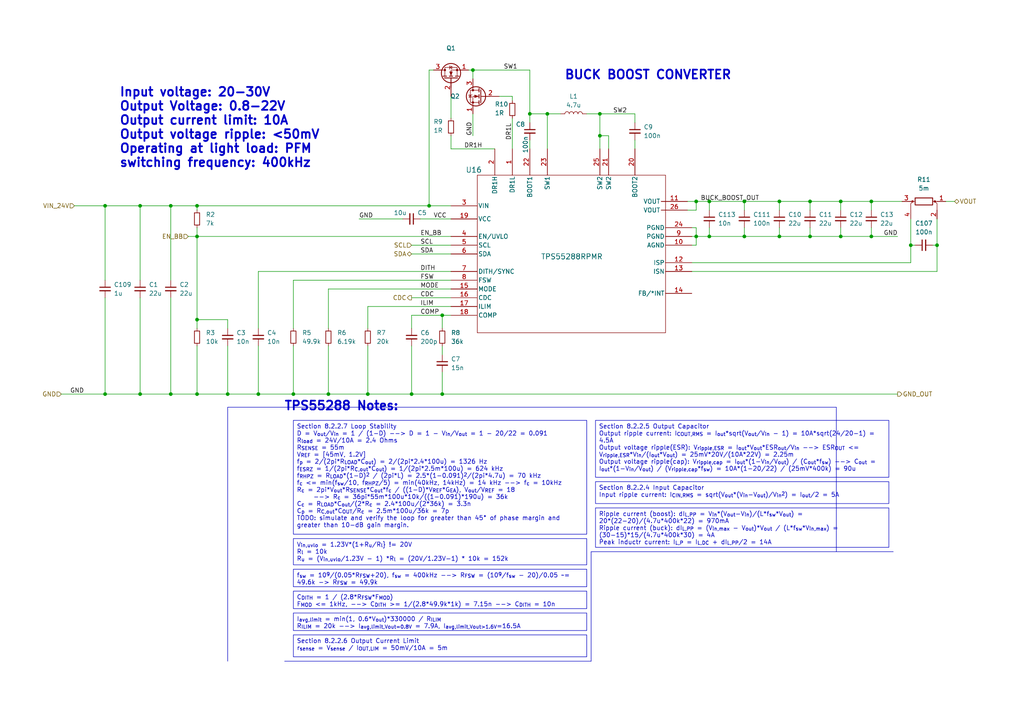
<source format=kicad_sch>
(kicad_sch (version 20250114) (generator "eeschema") (generator_version "9.0")
  (paper "A4")
  (lib_symbols
    (symbol "Device:L" (pin_numbers (hide yes)) (pin_names (offset 1.016) (hide yes))
      (property "Reference" "L" (at -1.27 0 90))
      (property "Value" "L" (at 1.905 0 90))
      (symbol "L_0_1"
        (arc (start 0 2.54) (mid 0.6323 1.905) (end 0 1.27))
        (arc (start 0 1.27) (mid 0.6323 0.635) (end 0 0))
        (arc (start 0 0) (mid 0.6323 -0.635) (end 0 -1.27))
        (arc (start 0 -1.27) (mid 0.6323 -1.905) (end 0 -2.54))
      )
      (symbol "L_1_1"
        (pin passive line (at 0 3.81 270) (length 1.27) (name "1") (number "1"))
        (pin passive line (at 0 -3.81 90) (length 1.27) (name "2") (number "2"))
      )
    )
    (symbol "Device:Q_NMOS_SGD" (pin_names (offset 0) (hide yes))
      (property "Reference" "Q" (at 5.08 1.27 0))
      (property "Value" "Q_NMOS_SGD" (at 5.08 -1.27 0))
      (symbol "Q_NMOS_SGD_0_1"
        (polyline (pts (xy 0.254 1.905) (xy 0.254 -1.905)) (stroke (width 0.254)))
        (polyline (pts (xy 0.254 0) (xy -2.54 0)))
        (polyline (pts (xy 0.762 2.286) (xy 0.762 1.27)) (stroke (width 0.254)))
        (polyline (pts (xy 0.762 0.508) (xy 0.762 -0.508)) (stroke (width 0.254)))
        (polyline (pts (xy 0.762 -1.27) (xy 0.762 -2.286)) (stroke (width 0.254)))
        (polyline (pts (xy 0.762 -1.778) (xy 3.302 -1.778) (xy 3.302 1.778) (xy 0.762 1.778)))
        (polyline (pts (xy 1.016 0) (xy 2.032 0.381) (xy 2.032 -0.381) (xy 1.016 0)) (fill (type outline)))
        (circle (center 1.651 0) (radius 2.794) (stroke (width 0.254)))
        (polyline (pts (xy 2.54 2.54) (xy 2.54 1.778)))
        (circle (center 2.54 1.778) (radius 0.254) (fill (type outline)))
        (circle (center 2.54 -1.778) (radius 0.254) (fill (type outline)))
        (polyline (pts (xy 2.54 -2.54) (xy 2.54 0) (xy 0.762 0)))
        (polyline (pts (xy 2.794 0.508) (xy 2.921 0.381) (xy 3.683 0.381) (xy 3.81 0.254)))
        (polyline (pts (xy 3.302 0.381) (xy 2.921 -0.254) (xy 3.683 -0.254) (xy 3.302 0.381)))
      )
      (symbol "Q_NMOS_SGD_1_1"
        (pin input line (at -5.08 0 0) (length 5.08) (name "G") (number "2"))
        (pin passive line (at 2.54 5.08 270) (length 2.54) (name "D") (number "3"))
        (pin passive line (at 2.54 -5.08 90) (length 2.54) (name "S") (number "1"))
      )
    )
    (symbol "Device:R_Small" (pin_numbers (hide yes)) (pin_names (offset 0.254) (hide yes))
      (property "Reference" "R" (at 0.762 0.508 0))
      (property "Value" "R_Small" (at 0.762 -1.016 0))
      (symbol "R_Small_0_1"
        (rectangle (start -0.762 1.778) (end 0.762 -1.778) (stroke (width 0.2032)))
      )
      (symbol "R_Small_1_1"
        (pin passive line (at 0 2.54 270) (length 0.762) (name "~") (number "1"))
        (pin passive line (at 0 -2.54 90) (length 0.762) (name "~") (number "2"))
      )
    )
    (symbol "Library:C_Small" (pin_numbers (hide yes)) (pin_names (offset 0.254) (hide yes))
      (property "Reference" "C" (at 0.254 1.778 0))
      (property "Value" "C_Small" (at 0.254 -2.032 0))
      (symbol "C_Small_0_1"
        (polyline (pts (xy -1.524 0.508) (xy 1.524 0.508)) (stroke (width 0.3048)))
        (polyline (pts (xy -1.524 -0.508) (xy 1.524 -0.508)) (stroke (width 0.3302)))
      )
      (symbol "C_Small_1_1"
        (pin passive line (at 0 2.54 270) (length 2.032) (name "~") (number "1"))
        (pin passive line (at 0 -2.54 90) (length 2.032) (name "~") (number "2"))
      )
    )
    (symbol "Library:SWEF3920D5L00P9"
      (property "Reference" "R" (at 0 0 0))
      (property "Value" "5m" (at 0 0 0))
      (symbol "SWEF3920D5L00P9_0_1"
        (rectangle (start 2.794 2.54) (end 4.826 -2.54) (stroke (width 0.254)))
        (polyline (pts (xy 3.81 3.81) (xy 3.81 2.54)))
        (polyline (pts (xy 3.81 3.175) (xy 3.81 3.175)))
        (circle (center 3.81 3.175) (radius 0.254) (fill (type outline)))
        (circle (center 3.81 -3.302) (radius 0.254) (fill (type outline)))
        (polyline (pts (xy 3.81 -3.81) (xy 3.81 -2.54)))
        (polyline (pts (xy 6.35 3.81) (xy 4.445 3.81) (xy 3.81 3.175)))
        (polyline (pts (xy 6.35 -3.81) (xy 4.445 -3.81) (xy 3.81 -3.175)))
      )
      (symbol "SWEF3920D5L00P9_1_1"
        (pin passive line (at 3.81 6.35 270) (length 2.54) (name "~") (number "1"))
        (pin passive line (at 3.81 -6.35 90) (length 2.54) (name "~") (number "3"))
        (pin passive line (at 8.89 3.81 180) (length 2.54) (name "~") (number "2"))
        (pin passive line (at 8.89 -3.81 180) (length 2.54) (name "~") (number "4"))
      )
    )
    (symbol "Library:TPS55288RPMR" (pin_names (offset 0.254))
      (property "Reference" "U" (at 21.082 25.4 0))
      (property "Value" "TPS55288RPMR" (at 21.082 22.86 0))
      (symbol "TPS55288RPMR_0_1"
        (rectangle (start -1.27 5.08) (end 53.34 -40.64))
        (pin power_in line (at -8.89 -3.81 0) (length 7.62) (name "VIN") (number "3"))
        (pin output line (at -8.89 -7.62 0) (length 7.62) (name "VCC") (number "19"))
        (pin input line (at -8.89 -12.7 0) (length 7.62) (name "EN/UVLO") (number "4"))
        (pin input line (at -8.89 -15.24 0) (length 7.62) (name "SCL") (number "5"))
        (pin bidirectional line (at -8.89 -17.78 0) (length 7.62) (name "SDA") (number "6"))
        (pin input line (at -8.89 -22.86 0) (length 7.62) (name "DITH/SYNC") (number "7"))
        (pin input line (at -8.89 -25.4 0) (length 7.62) (name "FSW") (number "8"))
        (pin input line (at -8.89 -27.94 0) (length 7.62) (name "MODE") (number "15"))
        (pin output line (at -8.89 -30.48 0) (length 7.62) (name "CDC") (number "16"))
        (pin output line (at 3.81 12.7 270) (length 7.62) (name "DR1H") (number "2"))
        (pin output line (at 8.89 12.7 270) (length 7.62) (name "DR1L") (number "1"))
        (pin input line (at 13.97 12.7 270) (length 7.62) (name "BOOT1") (number "22"))
        (pin input line (at 19.05 12.7 270) (length 7.62) (name "SW1") (number "23"))
        (pin input line (at 34.29 12.7 270) (length 7.62) (name "SW2") (number "25"))
        (pin input line (at 36.83 12.7 270) (length 7.62) (name "SW2") (number "21"))
        (pin output line (at 44.45 12.7 270) (length 7.62) (name "BOOT2") (number "20"))
        (pin power_in line (at 59.69 -5.08 180) (length 7.62) (name "VOUT") (number "26"))
        (pin power_in line (at 60.96 -10.16 180) (length 7.62) (name "PGND") (number "24"))
        (pin power_in line (at 60.96 -12.7 180) (length 7.62) (name "PGND") (number "9"))
        (pin power_in line (at 60.96 -15.24 180) (length 7.62) (name "AGND") (number "10"))
        (pin input line (at 60.96 -20.32 180) (length 7.62) (name "ISP") (number "12"))
        (pin input line (at 60.96 -22.86 180) (length 7.62) (name "ISN") (number "13"))
        (pin bidirectional line (at 60.96 -29.21 180) (length 7.62) (name "FB/*INT") (number "14"))
      )
      (symbol "TPS55288RPMR_1_1"
        (pin output line (at -8.89 -33.02 0) (length 7.62) (name "ILIM") (number "17"))
        (pin input line (at -8.89 -35.56 0) (length 7.62) (name "COMP") (number "18"))
        (pin power_out line (at 59.69 -2.54 180) (length 7.62) (name "VOUT") (number "11"))
      )
    )
  )
  (text "TPS55288 Notes:" (at 99.06 117.856 0) (effects (font (size 2.54 2.54) (thickness 0.508) (bold yes))))
  (text "Input voltage: 20-30V\nOutput Voltage: 0.8-22V\nOutput current limit: 10A\nOutput voltage ripple: <50mV\nOperating at light load: PFM\nswitching frequency: 400kHz" (at 34.544 37.084 0) (effects (font (size 2.54 2.54) (thickness 0.508) (bold yes)) (justify left)))
  (text "BUCK BOOST CONVERTER" (at 187.96 21.844 0) (effects (font (size 2.54 2.54) (thickness 0.508) (bold yes))))
  (text_box "Ripple current (boost): dI_{L,PP} = V_{in}*(V_{out}-V_{in})/(L*f_{sw}*V_{out}) = 20*(22-20)/(4.7u*400k*22) = 970mA\nRipple current (buck): dI_{L,PP} = (V_{in,max} - V_{out})*V_{out} / (L*f_{sw}*V_{in,max}) = (30-15)*15/(4.7u*400k*30) = 4A\nPeak inductr current: I_{L,P} = I_{L,DC} + dI_{L,PP}/2 = 14A\n\n" (at 172.72 147.32 0) (size 85.09 11.43) (margins 0.9525 0.9525 0.9525 0.9525) (effects (font (size 1.27 1.27) (thickness 0.1588)) (justify left top)))
  (text_box "Section 8.2.2.6 Output Current Limit\nr_{sense} = V_{sense} / I_{OUT,LIM} = 50mV/10A = 5m" (at 85.09 184.15 0) (size 85.09 6.35) (margins 0.9525 0.9525 0.9525 0.9525) (effects (font (size 1.27 1.27) (thickness 0.1588)) (justify left top)))
  (text_box "I_{avg,limit} = min(1, 0.6*V_{out})*330000 / R_{ILIM}\nR_{ILIM} = 20k --> I_{avg,limit,V_{out}=0.8V} = 7.9A, I_{avg,limit,V_{out}>1.6V}=16.5A" (at 85.09 177.8 0) (size 85.09 5.08) (margins 0.9525 0.9525 0.9525 0.9525) (effects (font (size 1.27 1.27) (thickness 0.1588)) (justify left top)))
  (text_box "C_{DITH} = 1 / (2.8*R_{FSW}*F_{MOD})\nF_{MOD} <= 1kHz, --> C_{DITH} >= 1/(2.8*49.9k*1k) = 7.15n --> C_{DITH} = 10n" (at 85.09 171.45 0) (size 85.09 5.08) (margins 0.9525 0.9525 0.9525 0.9525) (effects (font (size 1.27 1.27) (thickness 0.1588)) (justify left top)))
  (text_box "Section 8.2.2.7 Loop Stability\nD = V_{out}/V_{in} = 1 / (1-D) --> D = 1 - V_{in}/V_{out} = 1 - 20/22 = 0.091\nR_{load} = 24V/10A = 2.4 Ohms\nR_{SENSE} = 55m\nV_{REF} = [45mV, 1.2V]\nf_{p} = 2/(2pi*R_{LOAD}*C_{out}) = 2/(2pi*2.4*100u) = 1326 Hz\nf_{ESRZ} = 1/(2pi*R_{C,out}*C_{out}) = 1/(2pi*2.5m*100u) = 624 kHz\nf_{RHPZ} = R_{LOAD}*(1-D)^{2} / (2pi*L) = 2.5*(1-0.091)^{2}/(2pi*4.7u) = 70 kHz\nf_{c} <= min(f_{sw}/10, f_{RHPZ}/5) = min(40kHz, 14kHz) = 14 kHz --> f_{c} = 10kHz\nR_{c} = 2pi*V_{out}*R_{SENSE}*C_{out}*f_{c} / ((1-D)*V_{REF}*G_{EA}), V_{out}/V_{REF} = 18\n	--> R_{c} = 36pi*55m*100u*10k/((1-0.091)*190u) = 36k\nC_{c} = R_{LOAD}*C_{out}/(2*R_{c} = 2.4*100u/(2*36k) = 3.3n\nC_{p} = R_{C,out}*C_{OUT}/R_{c} = 2.5m*100u/36k = 7p\nTODO: simulate and verify the loop for greater than 45° of phase margin and greater than 10-dB gain margin." (at 85.09 121.92 0) (size 85.09 33.02) (margins 0.9525 0.9525 0.9525 0.9525) (effects (font (size 1.27 1.27) (thickness 0.1588)) (justify left top)))
  (text_box "V_{in,uvlo} = 1.23V*(1+R_{u}/R_{l}} != 20V\nR_{l} = 10k\nR_{u} = (V_{in,uvlo}/1.23V - 1) *R_{l} = (20V/1.23V-1) * 10k = 152k" (at 85.09 156.21 0) (size 85.09 7.62) (margins 0.9525 0.9525 0.9525 0.9525) (effects (font (size 1.27 1.27) (thickness 0.1588)) (justify left top)))
  (text_box "Section 8.2.2.4 Input Capacitor\nInput ripple current: I_{CIN,RMS} = sqrt(V_{out}*(V_{in}-V_{out})/V_{in}^{2}) = I_{out}/2 = 5A" (at 172.72 139.7 0) (size 85.09 6.35) (margins 0.9525 0.9525 0.9525 0.9525) (effects (font (size 1.27 1.27) (thickness 0.1588)) (justify left top)))
  (text_box "f_{sw} = 10^{9}/(0.05*R_{FSW}+20), f_{sw} = 400kHz --> R_{FSW} = (10^{9}/f_{sw} - 20)/0.05 ~= 49.6k -> R_{FSW} = 49.9k" (at 85.09 165.1 0) (size 85.09 5.08) (margins 0.9525 0.9525 0.9525 0.9525) (effects (font (size 1.27 1.27) (thickness 0.1588)) (justify left top)))
  (text_box "Section 8.2.2.5 Output Capacitor\nOutput ripple current: I_{COUT,RMS} = I_{out}*sqrt(V_{out}/V_{in} - 1) = 10A*sqrt(24/20-1) = 4.5A\nOutput voltage ripple(ESR): V_{ripple,ESR} = I_{out}*V_{out}*ESR_{out}/V_{in} --> ESR_{OUT} <= V_{ripple,ESR}*V_{in}/(I_{out}*V_{out}) = 25mV*20V/(10A*22V) = 2.25m\nOutput voltage ripple(cap): V_{ripple,cap} = I_{out}*(1-V_{in}/V_{out}) / (C_{out}*f_{sw}) --> C_{out} = I_{out}*(1-V_{in}/V_{out}) / (V_{ripple,cap}*f_{sw}) = 10A*(1-20/22) / (25mV*400k) = 90u" (at 172.72 121.92 0) (size 85.09 16.51) (margins 0.9525 0.9525 0.9525 0.9525) (effects (font (size 1.27 1.27) (thickness 0.1588)) (justify left top)))
  (junction (at 205.74 58.42))
  (junction (at 158.75 33.02))
  (junction (at 173.99 33.02))
  (junction (at 106.68 114.3))
  (junction (at 234.95 68.58))
  (junction (at 234.95 58.42))
  (junction (at 57.15 92.71))
  (junction (at 40.64 59.69))
  (junction (at 30.48 114.3))
  (junction (at 153.67 33.02))
  (junction (at 124.46 59.69))
  (junction (at 128.27 114.3))
  (junction (at 215.9 68.58))
  (junction (at 205.74 68.58))
  (junction (at 40.64 114.3))
  (junction (at 95.25 114.3))
  (junction (at 137.16 20.32))
  (junction (at 226.06 68.58))
  (junction (at 201.93 68.58))
  (junction (at 57.15 114.3))
  (junction (at 85.09 114.3))
  (junction (at 30.48 59.69))
  (junction (at 49.53 114.3))
  (junction (at 173.99 39.37))
  (junction (at 215.9 58.42))
  (junction (at 243.84 68.58))
  (junction (at 264.16 71.12))
  (junction (at 252.73 58.42))
  (junction (at 201.93 58.42))
  (junction (at 49.53 59.69))
  (junction (at 128.27 91.44))
  (junction (at 119.38 114.3))
  (junction (at 226.06 58.42))
  (junction (at 243.84 58.42))
  (junction (at 57.15 59.69))
  (junction (at 271.78 71.12))
  (junction (at 57.15 68.58))
  (junction (at 252.73 68.58))
  (junction (at 66.04 114.3))
  (junction (at 74.93 114.3))
  (wire (pts (xy 54.61 68.58) (xy 57.15 68.58)))
  (wire (pts (xy 243.84 58.42) (xy 252.73 58.42)))
  (wire (pts (xy 49.53 86.36) (xy 49.53 114.3)))
  (wire (pts (xy 274.32 58.42) (xy 276.86 58.42)))
  (wire (pts (xy 119.38 91.44) (xy 119.38 95.25)))
  (wire (pts (xy 153.67 33.02) (xy 158.75 33.02)))
  (wire (pts (xy 158.75 33.02) (xy 162.56 33.02)))
  (polyline (pts (xy 242.57 160.02) (xy 242.57 118.11)))
  (wire (pts (xy 74.93 95.25) (xy 74.93 78.74)))
  (wire (pts (xy 226.06 58.42) (xy 234.95 58.42)))
  (wire (pts (xy 66.04 100.33) (xy 66.04 114.3)))
  (wire (pts (xy 66.04 114.3) (xy 74.93 114.3)))
  (wire (pts (xy 57.15 92.71) (xy 66.04 92.71)))
  (wire (pts (xy 57.15 59.69) (xy 57.15 60.96)))
  (wire (pts (xy 252.73 58.42) (xy 261.62 58.42)))
  (wire (pts (xy 184.15 33.02) (xy 184.15 35.56)))
  (wire (pts (xy 124.46 20.32) (xy 125.73 20.32)))
  (wire (pts (xy 57.15 114.3) (xy 66.04 114.3)))
  (wire (pts (xy 49.53 59.69) (xy 49.53 81.28)))
  (wire (pts (xy 74.93 100.33) (xy 74.93 114.3)))
  (wire (pts (xy 252.73 68.58) (xy 260.35 68.58)))
  (wire (pts (xy 30.48 86.36) (xy 30.48 114.3)))
  (wire (pts (xy 199.39 60.96) (xy 201.93 60.96)))
  (wire (pts (xy 200.66 68.58) (xy 201.93 68.58)))
  (wire (pts (xy 199.39 58.42) (xy 201.93 58.42)))
  (wire (pts (xy 176.53 39.37) (xy 176.53 43.18)))
  (wire (pts (xy 119.38 114.3) (xy 106.68 114.3)))
  (wire (pts (xy 200.66 78.74) (xy 271.78 78.74)))
  (wire (pts (xy 137.16 20.32) (xy 137.16 22.86)))
  (wire (pts (xy 57.15 68.58) (xy 57.15 92.71)))
  (polyline (pts (xy 171.45 191.77) (xy 171.45 160.02)))
  (wire (pts (xy 215.9 58.42) (xy 215.9 60.96)))
  (wire (pts (xy 201.93 60.96) (xy 201.93 58.42)))
  (wire (pts (xy 148.59 27.94) (xy 148.59 29.21)))
  (wire (pts (xy 264.16 63.5) (xy 264.16 71.12)))
  (wire (pts (xy 74.93 114.3) (xy 85.09 114.3)))
  (wire (pts (xy 153.67 20.32) (xy 153.67 33.02)))
  (polyline (pts (xy 66.04 118.11) (xy 66.04 191.77)))
  (wire (pts (xy 264.16 71.12) (xy 264.16 76.2)))
  (wire (pts (xy 119.38 86.36) (xy 130.81 86.36)))
  (wire (pts (xy 40.64 86.36) (xy 40.64 114.3)))
  (wire (pts (xy 252.73 66.04) (xy 252.73 68.58)))
  (wire (pts (xy 119.38 71.12) (xy 130.81 71.12)))
  (wire (pts (xy 104.14 63.5) (xy 116.84 63.5)))
  (wire (pts (xy 57.15 68.58) (xy 130.81 68.58)))
  (wire (pts (xy 49.53 59.69) (xy 57.15 59.69)))
  (wire (pts (xy 173.99 33.02) (xy 173.99 39.37)))
  (wire (pts (xy 158.75 33.02) (xy 158.75 43.18)))
  (wire (pts (xy 243.84 68.58) (xy 252.73 68.58)))
  (wire (pts (xy 226.06 68.58) (xy 234.95 68.58)))
  (wire (pts (xy 234.95 58.42) (xy 243.84 58.42)))
  (wire (pts (xy 226.06 66.04) (xy 226.06 68.58)))
  (wire (pts (xy 119.38 114.3) (xy 128.27 114.3)))
  (wire (pts (xy 243.84 58.42) (xy 243.84 60.96)))
  (polyline (pts (xy 66.04 118.11) (xy 242.57 118.11)))
  (wire (pts (xy 95.25 114.3) (xy 106.68 114.3)))
  (wire (pts (xy 270.51 71.12) (xy 271.78 71.12)))
  (wire (pts (xy 57.15 100.33) (xy 57.15 114.3)))
  (wire (pts (xy 173.99 33.02) (xy 184.15 33.02)))
  (wire (pts (xy 226.06 58.42) (xy 226.06 60.96)))
  (wire (pts (xy 119.38 100.33) (xy 119.38 114.3)))
  (wire (pts (xy 95.25 100.33) (xy 95.25 114.3)))
  (wire (pts (xy 66.04 92.71) (xy 66.04 95.25)))
  (wire (pts (xy 57.15 92.71) (xy 57.15 95.25)))
  (wire (pts (xy 124.46 59.69) (xy 124.46 20.32)))
  (wire (pts (xy 17.78 114.3) (xy 30.48 114.3)))
  (wire (pts (xy 85.09 95.25) (xy 85.09 81.28)))
  (wire (pts (xy 153.67 40.64) (xy 153.67 43.18)))
  (wire (pts (xy 121.92 63.5) (xy 130.81 63.5)))
  (wire (pts (xy 128.27 91.44) (xy 119.38 91.44)))
  (wire (pts (xy 170.18 33.02) (xy 173.99 33.02)))
  (wire (pts (xy 184.15 40.64) (xy 184.15 43.18)))
  (polyline (pts (xy 82.55 191.77) (xy 171.45 191.77)))
  (wire (pts (xy 201.93 66.04) (xy 201.93 68.58)))
  (wire (pts (xy 128.27 100.33) (xy 128.27 102.87)))
  (wire (pts (xy 137.16 33.02) (xy 137.16 39.37)))
  (wire (pts (xy 234.95 58.42) (xy 234.95 60.96)))
  (wire (pts (xy 30.48 59.69) (xy 30.48 81.28)))
  (wire (pts (xy 85.09 114.3) (xy 95.25 114.3)))
  (wire (pts (xy 173.99 39.37) (xy 176.53 39.37)))
  (wire (pts (xy 49.53 114.3) (xy 57.15 114.3)))
  (wire (pts (xy 85.09 100.33) (xy 85.09 114.3)))
  (wire (pts (xy 85.09 81.28) (xy 130.81 81.28)))
  (wire (pts (xy 130.81 34.29) (xy 130.81 27.94)))
  (wire (pts (xy 215.9 58.42) (xy 226.06 58.42)))
  (wire (pts (xy 264.16 71.12) (xy 265.43 71.12)))
  (wire (pts (xy 57.15 66.04) (xy 57.15 68.58)))
  (wire (pts (xy 234.95 68.58) (xy 243.84 68.58)))
  (polyline (pts (xy 171.45 160.02) (xy 259.08 160.02)))
  (wire (pts (xy 205.74 68.58) (xy 215.9 68.58)))
  (wire (pts (xy 271.78 78.74) (xy 271.78 71.12)))
  (wire (pts (xy 215.9 68.58) (xy 226.06 68.58)))
  (wire (pts (xy 95.25 95.25) (xy 95.25 83.82)))
  (wire (pts (xy 200.66 76.2) (xy 264.16 76.2)))
  (wire (pts (xy 200.66 66.04) (xy 201.93 66.04)))
  (wire (pts (xy 130.81 59.69) (xy 124.46 59.69)))
  (wire (pts (xy 215.9 66.04) (xy 215.9 68.58)))
  (wire (pts (xy 106.68 95.25) (xy 106.68 88.9)))
  (wire (pts (xy 200.66 71.12) (xy 201.93 71.12)))
  (wire (pts (xy 106.68 100.33) (xy 106.68 114.3)))
  (wire (pts (xy 173.99 39.37) (xy 173.99 43.18)))
  (wire (pts (xy 234.95 66.04) (xy 234.95 68.58)))
  (wire (pts (xy 40.64 59.69) (xy 40.64 81.28)))
  (wire (pts (xy 205.74 58.42) (xy 205.74 60.96)))
  (wire (pts (xy 21.59 59.69) (xy 30.48 59.69)))
  (wire (pts (xy 201.93 58.42) (xy 205.74 58.42)))
  (wire (pts (xy 30.48 59.69) (xy 40.64 59.69)))
  (wire (pts (xy 271.78 71.12) (xy 271.78 63.5)))
  (wire (pts (xy 137.16 20.32) (xy 153.67 20.32)))
  (wire (pts (xy 201.93 68.58) (xy 201.93 71.12)))
  (wire (pts (xy 144.78 27.94) (xy 148.59 27.94)))
  (wire (pts (xy 128.27 114.3) (xy 260.35 114.3)))
  (wire (pts (xy 148.59 34.29) (xy 148.59 43.18)))
  (wire (pts (xy 128.27 107.95) (xy 128.27 114.3)))
  (wire (pts (xy 119.38 73.66) (xy 130.81 73.66)))
  (wire (pts (xy 30.48 114.3) (xy 40.64 114.3)))
  (wire (pts (xy 243.84 66.04) (xy 243.84 68.58)))
  (wire (pts (xy 135.89 20.32) (xy 137.16 20.32)))
  (wire (pts (xy 74.93 78.74) (xy 130.81 78.74)))
  (wire (pts (xy 252.73 58.42) (xy 252.73 60.96)))
  (wire (pts (xy 143.51 43.18) (xy 130.81 43.18)))
  (wire (pts (xy 205.74 66.04) (xy 205.74 68.58)))
  (wire (pts (xy 106.68 88.9) (xy 130.81 88.9)))
  (wire (pts (xy 40.64 59.69) (xy 49.53 59.69)))
  (wire (pts (xy 40.64 114.3) (xy 49.53 114.3)))
  (wire (pts (xy 130.81 91.44) (xy 128.27 91.44)))
  (wire (pts (xy 205.74 58.42) (xy 215.9 58.42)))
  (wire (pts (xy 95.25 83.82) (xy 130.81 83.82)))
  (wire (pts (xy 57.15 59.69) (xy 124.46 59.69)))
  (wire (pts (xy 201.93 68.58) (xy 205.74 68.58)))
  (wire (pts (xy 128.27 91.44) (xy 128.27 95.25)))
  (wire (pts (xy 130.81 43.18) (xy 130.81 39.37)))
  (wire (pts (xy 153.67 33.02) (xy 153.67 35.56)))
  (label "DITH" (at 121.92 78.74 0))
  (label "SCL" (at 121.92 71.12 0))
  (label "ILIM" (at 121.92 88.9 0))
  (label "DR1L" (at 148.59 40.64 90))
  (label "MODE" (at 121.92 83.82 0))
  (label "CDC" (at 121.92 86.36 0))
  (label "EN_BB" (at 121.92 68.58 0))
  (label "BUCK_BOOST_OUT" (at 203.2 58.42 0))
  (label "GND" (at 260.35 68.58 180))
  (label "DR1H" (at 134.62 43.18 0))
  (label "SDA" (at 121.92 73.66 0))
  (label "GND" (at 20.32 114.3 0))
  (label "FSW" (at 121.92 81.28 0))
  (label "GND" (at 104.14 63.5 0))
  (label "GND" (at 137.16 39.37 90) (effects (font (thickness 0.1588))))
  (label "SW1" (at 146.05 20.32 0))
  (label "VCC" (at 125.73 63.5 0))
  (label "SW2" (at 177.8 33.02 0))
  (label "COMP" (at 121.92 91.44 0))
  (hierarchical_label "EN_BB" (shape input) (at 54.61 68.58 180) (effects (font (thickness 0.1588))))
  (hierarchical_label "VIN_24V" (shape input) (at 21.59 59.69 180))
  (hierarchical_label "GND_OUT" (shape output) (at 260.35 114.3 0) (effects (font (thickness 0.1588))))
  (hierarchical_label "GND" (shape input) (at 17.78 114.3 180))
  (hierarchical_label "SDA" (shape bidirectional) (at 119.38 73.66 180))
  (hierarchical_label "CDC" (shape output) (at 119.38 86.36 180))
  (hierarchical_label "SCL" (shape input) (at 119.38 71.12 180))
  (hierarchical_label "VOUT" (shape bidirectional) (at 276.86 58.42 0))
  (symbol (lib_id "Library:C_Small") (at 226.06 63.5 0) (unit 1)
    (property "Reference" "C10" (at 228.6 62.2362 0) (effects (justify left)))
    (property "Value" "22u" (at 228.6 64.7762 0) (effects (justify left)))
    (property "Footprint" "Capacitor_SMD:C_1210_3225Metric" (effects (hide yes)))
    (property "Description" "Unpolarized capacitor, small symbol" (effects (hide yes)))
    (property "Digikey-Nr." "587-5853-1-ND" (effects (hide yes)))
    (property "Manufacturer" "Taiyo Yuden" (effects (hide yes)))
    (property "Manufacturer Nr." "GMK325BJ226MM-P" (effects (hide yes)))
    (property "Mouser-Nr." "963-GMK325BJ226MM-P" (effects (hide yes)))
  )
  (symbol (lib_id "Library:C_Small") (at 119.38 63.5 270) (unit 1)
    (property "Reference" "C5" (at 122.428 61.722 90))
    (property "Value" "10u" (at 116.078 61.722 90))
    (property "Footprint" "Capacitor_SMD:C_0805_2012Metric" (effects (hide yes)))
    (property "Description" "Unpolarized capacitor, small symbol" (effects (hide yes)))
    (property "Digikey-Nr." "490-18663-1-ND" (effects (hide yes)))
    (property "Manufacturer" "Murata Electronics" (effects (hide yes)))
    (property "Manufacturer Nr." "GRM21BR61H106KE43L" (effects (hide yes)))
    (property "Mouser-Nr." "81-GRM21BR61H106KE3L" (effects (hide yes)))
  )
  (symbol (lib_id "Device:R_Small") (at 57.15 63.5 0) (unit 1)
    (property "Reference" "R2" (at 59.69 62.2299 0) (effects (justify left)))
    (property "Value" "7k" (at 59.69 64.7699 0) (effects (justify left)))
    (property "Footprint" "Library:R_0603_1608Metric_Pad0.98x0.95mm_HandSolder" (effects (hide yes)))
    (property "Description" "Resistor, small symbol" (effects (hide yes)))
    (property "Digikey-Nr." "311-6.98KHRCT-ND" (effects (hide yes)))
    (property "Manufacturer" "YAGEO" (effects (hide yes)))
    (property "Manufacturer Nr." "RC0603FR-076K98L" (effects (hide yes)))
    (property "Mouser-Nr." "603-RC0603FR-076K98L" (effects (hide yes)))
  )
  (symbol (lib_id "Library:C_Small") (at 49.53 83.82 0) (unit 1)
    (property "Reference" "C2" (at 52.07 82.5562 0) (effects (justify left)))
    (property "Value" "22u" (at 52.07 85.0962 0) (effects (justify left)))
    (property "Footprint" "Capacitor_SMD:C_1210_3225Metric" (effects (hide yes)))
    (property "Description" "Unpolarized capacitor, small symbol" (effects (hide yes)))
    (property "Digikey-Nr." "587-5853-1-ND" (effects (hide yes)))
    (property "Manufacturer" "Taiyo Yuden" (effects (hide yes)))
    (property "Manufacturer Nr." "GMK325BJ226MM-P" (effects (hide yes)))
    (property "Mouser-Nr." "963-GMK325BJ226MM-P" (effects (hide yes)))
  )
  (symbol (lib_id "Library:C_Small") (at 153.67 38.1 0) (unit 1)
    (property "Reference" "C8" (at 149.606 36.068 0) (effects (justify left)))
    (property "Value" "100n" (at 152.4 44.45 90) (effects (justify left)))
    (property "Footprint" "Capacitor_SMD:C_0805_2012Metric" (effects (hide yes)))
    (property "Description" "Unpolarized capacitor, small symbol" (effects (hide yes)))
    (property "Digikey-Nr." "1276-1003-1-ND" (effects (hide yes)))
    (property "Manufacturer" "Samsung Electro-Mechanics" (effects (hide yes)))
    (property "Manufacturer Nr." "CL21B104KBCNNNC" (effects (hide yes)))
    (property "Mouser-Nr." "187-CL21B104KBCNNNC" (effects (hide yes)))
  )
  (symbol (lib_id "Library:TPS55288RPMR") (at 139.7 55.88 0) (unit 1)
    (property "Reference" "U16" (at 137.414 49.276 0) (effects (font (size 1.524 1.524))))
    (property "Value" "TPS55288RPMR" (at 165.862 74.422 0) (effects (font (size 1.524 1.524))))
    (property "Footprint" "Library:VQFN-HR26_RPM_TEX" (effects (hide yes)))
    (property "Datasheet" "https://www.ti.com/general/docs/suppproductinfo.tsp?distId=10&gotoUrl=http%3A%2F%2Fwww.ti.com%2Flit%2Fgpn%2Ftps55288" (effects (hide yes)))
    (property "Digikey-Nr." "296-TPS55288RPMRCT-ND" (effects (hide yes)))
    (property "Manufacturer" "Texas Instruments" (effects (hide yes)))
    (property "Manufacturer Nr." "TPS55288RPMR" (effects (hide yes)))
    (property "Mouser-Nr." "595-TPS55288RPMR" (effects (hide yes)))
  )
  (symbol (lib_id "Library:C_Small") (at 128.27 105.41 0) (unit 1)
    (property "Reference" "C7" (at 130.81 104.1462 0) (effects (justify left)))
    (property "Value" "15n" (at 130.81 106.6862 0) (effects (justify left)))
    (property "Footprint" "Capacitor_SMD:C_0603_1608Metric" (effects (hide yes)))
    (property "Description" "Unpolarized capacitor, small symbol" (effects (hide yes)))
    (property "Digikey-Nr." "311-3362-1-ND" (effects (hide yes)))
    (property "Manufacturer" "YAGEO" (effects (hide yes)))
    (property "Manufacturer Nr." "CC0603JRX7R9BB153" (effects (hide yes)))
    (property "Mouser-Nr." "603-CC603JRX7R9BB153" (effects (hide yes)))
  )
  (symbol (lib_id "Device:Q_NMOS_SGD") (at 139.7 27.94 0) (mirror y) (unit 1)
    (property "Reference" "Q2" (at 133.35 27.9401 0) (effects (justify left)))
    (property "Value" "IPZ40N04S5L4R8ATMA1" (effects (hide yes)))
    (property "Footprint" "Library:PG-TSDSON-8-32" (effects (hide yes)))
    (property "Description" "N-MOSFET transistor, source/gate/drain" (effects (hide yes)))
    (property "Digikey-Nr." "IPZ40N04S5L4R8ATMA1CT-ND" (effects (hide yes)))
    (property "Manufacturer" "Infineon Technologies" (effects (hide yes)))
    (property "Manufacturer Nr." "IPZ40N04S5L4R8ATMA1" (effects (hide yes)))
    (property "Mouser-Nr." "726-IPZ40N04S5L4R8AT" (effects (hide yes)))
  )
  (symbol (lib_id "Library:C_Small") (at 215.9 63.5 0) (unit 1)
    (property "Reference" "C111" (at 218.44 62.2362 0) (effects (justify left)))
    (property "Value" "100n" (at 218.44 64.7762 0) (effects (justify left)))
    (property "Footprint" "Capacitor_SMD:C_0805_2012Metric" (effects (hide yes)))
    (property "Description" "Unpolarized capacitor, small symbol" (effects (hide yes)))
    (property "Digikey-Nr." "1276-1003-1-ND" (effects (hide yes)))
    (property "Manufacturer" "Samsung Electro-Mechanics" (effects (hide yes)))
    (property "Manufacturer Nr." "CL21B104KBCNNNC" (effects (hide yes)))
    (property "Mouser-Nr." "187-CL21B104KBCNNNC" (effects (hide yes)))
  )
  (symbol (lib_id "Library:C_Small") (at 234.95 63.5 0) (unit 1)
    (property "Reference" "C11" (at 237.49 62.2362 0) (effects (justify left)))
    (property "Value" "22u" (at 237.49 64.7762 0) (effects (justify left)))
    (property "Footprint" "Capacitor_SMD:C_1210_3225Metric" (effects (hide yes)))
    (property "Description" "Unpolarized capacitor, small symbol" (effects (hide yes)))
    (property "Digikey-Nr." "587-5853-1-ND" (effects (hide yes)))
    (property "Manufacturer" "Taiyo Yuden" (effects (hide yes)))
    (property "Manufacturer Nr." "GMK325BJ226MM-P" (effects (hide yes)))
    (property "Mouser-Nr." "963-GMK325BJ226MM-P" (effects (hide yes)))
  )
  (symbol (lib_id "Library:C_Small") (at 74.93 97.79 0) (unit 1)
    (property "Reference" "C4" (at 77.47 96.5262 0) (effects (justify left)))
    (property "Value" "10n" (at 77.47 99.0662 0) (effects (justify left)))
    (property "Footprint" "Capacitor_SMD:C_0603_1608Metric" (effects (hide yes)))
    (property "Description" "Unpolarized capacitor, small symbol" (effects (hide yes)))
    (property "Digikey-Nr." "1276-1009-1-ND" (effects (hide yes)))
    (property "Manufacturer" "Samsung Electro-Mechanics" (effects (hide yes)))
    (property "Manufacturer Nr." "CL10B103KB8NNNC" (effects (hide yes)))
    (property "Mouser-Nr." "187-CL10B103KB8NNNC" (effects (hide yes)))
  )
  (symbol (lib_id "Library:C_Small") (at 267.97 71.12 90) (unit 1)
    (property "Reference" "C107" (at 267.9763 64.77 90))
    (property "Value" "100n" (at 267.9763 67.31 90))
    (property "Footprint" "Capacitor_SMD:C_0805_2012Metric" (effects (hide yes)))
    (property "Description" "Unpolarized capacitor, small symbol" (effects (hide yes)))
    (property "Digikey-Nr." "1276-1003-1-ND" (effects (hide yes)))
    (property "Manufacturer" "Samsung Electro-Mechanics" (effects (hide yes)))
    (property "Manufacturer Nr." "CL21B104KBCNNNC" (effects (hide yes)))
    (property "Mouser-Nr." "187-CL21B104KBCNNNC" (effects (hide yes)))
  )
  (symbol (lib_id "Device:R_Small") (at 106.68 97.79 0) (unit 1)
    (property "Reference" "R7" (at 109.22 96.5199 0) (effects (justify left)))
    (property "Value" "20k" (at 109.22 99.0599 0) (effects (justify left)))
    (property "Footprint" "Library:R_0603_1608Metric_Pad0.98x0.95mm_HandSolder" (effects (hide yes)))
    (property "Description" "Resistor, small symbol" (effects (hide yes)))
    (property "Digikey-Nr." "311-20.0KHRDKR-ND" (effects (hide yes)))
    (property "Manufacturer" "YAGEO" (effects (hide yes)))
    (property "Manufacturer Nr." "RC0603FR-0720KL" (effects (hide yes)))
    (property "Mouser-Nr." "603-RC0603FR-0720KL" (effects (hide yes)))
  )
  (symbol (lib_id "Library:C_Small") (at 119.38 97.79 0) (unit 1)
    (property "Reference" "C6" (at 121.92 96.5262 0) (effects (justify left)))
    (property "Value" "200p" (at 121.92 99.0662 0) (effects (justify left)))
    (property "Footprint" "Capacitor_SMD:C_0603_1608Metric" (effects (hide yes)))
    (property "Description" "Unpolarized capacitor, small symbol" (effects (hide yes)))
    (property "Digikey-Nr." "1276-2222-1-ND" (effects (hide yes)))
    (property "Manufacturer" "Samsung Electro-Mechanics" (effects (hide yes)))
    (property "Manufacturer Nr." "CL10C201JB8NNNC" (effects (hide yes)))
    (property "Mouser-Nr." "187-CL10C201JB8NNNC" (effects (hide yes)))
  )
  (symbol (lib_id "Library:C_Small") (at 205.74 63.5 0) (unit 1)
    (property "Reference" "C113" (at 208.28 62.2362 0) (effects (justify left)))
    (property "Value" "10n" (at 208.28 64.7762 0) (effects (justify left)))
    (property "Footprint" "Capacitor_SMD:C_0603_1608Metric" (effects (hide yes)))
    (property "Description" "Unpolarized capacitor, small symbol" (effects (hide yes)))
    (property "Digikey-Nr." "1276-1009-1-ND" (effects (hide yes)))
    (property "Manufacturer" "Samsung Electro-Mechanics" (effects (hide yes)))
    (property "Manufacturer Nr." "CL10B103KB8NNNC" (effects (hide yes)))
    (property "Mouser-Nr." "187-CL10B103KB8NNNC" (effects (hide yes)))
  )
  (symbol (lib_id "Library:C_Small") (at 243.84 63.5 0) (unit 1)
    (property "Reference" "C12" (at 246.38 62.2362 0) (effects (justify left)))
    (property "Value" "22u" (at 246.38 64.7762 0) (effects (justify left)))
    (property "Footprint" "Capacitor_SMD:C_1210_3225Metric" (effects (hide yes)))
    (property "Description" "Unpolarized capacitor, small symbol" (effects (hide yes)))
    (property "Digikey-Nr." "587-5853-1-ND" (effects (hide yes)))
    (property "Manufacturer" "Taiyo Yuden" (effects (hide yes)))
    (property "Manufacturer Nr." "GMK325BJ226MM-P" (effects (hide yes)))
    (property "Mouser-Nr." "963-GMK325BJ226MM-P" (effects (hide yes)))
  )
  (symbol (lib_id "Library:C_Small") (at 184.15 38.1 0) (unit 1)
    (property "Reference" "C9" (at 186.69 36.8362 0) (effects (justify left)))
    (property "Value" "100n" (at 186.69 39.3762 0) (effects (justify left)))
    (property "Footprint" "Capacitor_SMD:C_0805_2012Metric" (effects (hide yes)))
    (property "Description" "Unpolarized capacitor, small symbol" (effects (hide yes)))
    (property "Digikey-Nr." "1276-1003-1-ND" (effects (hide yes)))
    (property "Manufacturer" "Samsung Electro-Mechanics" (effects (hide yes)))
    (property "Manufacturer Nr." "CL21B104KBCNNNC" (effects (hide yes)))
    (property "Mouser-Nr." "187-CL21B104KBCNNNC" (effects (hide yes)))
  )
  (symbol (lib_id "Device:L") (at 166.37 33.02 90) (unit 1)
    (property "Reference" "L1" (at 166.37 27.94 90))
    (property "Value" "4.7u" (at 166.37 30.48 90))
    (property "Footprint" "Library:L_Vishay_IHLP-5050" (effects (hide yes)))
    (property "Datasheet" "https://www.vishay.com/docs/34126/ihlp-5050ez-01.pdf" (effects (hide yes)))
    (property "Description" "Inductor" (effects (hide yes)))
    (property "Digikey-Nr." "541-IHLP5050FDER4R7M0PCT-ND" (effects (hide yes)))
    (property "Manufacturer" "Vishay Dale" (effects (hide yes)))
    (property "Manufacturer Nr." "IHLP5050FDER4R7M0P" (effects (hide yes)))
    (property "Mouser-Nr." "70-IHLP5050FDR4R7M0P" (effects (hide yes)))
  )
  (symbol (lib_id "Device:R_Small") (at 95.25 97.79 0) (unit 1)
    (property "Reference" "R6" (at 97.79 96.5199 0) (effects (justify left)))
    (property "Value" "6.19k" (at 97.79 99.0599 0) (effects (justify left)))
    (property "Footprint" "Library:R_0603_1608Metric_Pad0.98x0.95mm_HandSolder" (effects (hide yes)))
    (property "Description" "Resistor, small symbol" (effects (hide yes)))
    (property "Digikey-Nr." "311-6.19KHRCT-ND" (effects (hide yes)))
    (property "Manufacturer" "YAGEO" (effects (hide yes)))
    (property "Manufacturer Nr." "RC0603FR-076K19L" (effects (hide yes)))
    (property "Mouser-Nr." "603-RC0603FR-076K19L" (effects (hide yes)))
  )
  (symbol (lib_id "Device:Q_NMOS_SGD") (at 130.81 22.86 90) (unit 1)
    (property "Reference" "Q1" (at 130.81 13.97 90))
    (property "Value" "IPZ40N04S5L4R8ATMA1" (effects (hide yes)))
    (property "Footprint" "Library:PG-TSDSON-8-32" (effects (hide yes)))
    (property "Description" "N-MOSFET transistor, source/gate/drain" (effects (hide yes)))
    (property "Digikey-Nr." "IPZ40N04S5L4R8ATMA1CT-ND" (effects (hide yes)))
    (property "Manufacturer" "Infineon Technologies" (effects (hide yes)))
    (property "Manufacturer Nr." "IPZ40N04S5L4R8ATMA1" (effects (hide yes)))
    (property "Mouser-Nr." "726-IPZ40N04S5L4R8AT" (effects (hide yes)))
  )
  (symbol (lib_id "Library:C_Small") (at 66.04 97.79 0) (unit 1)
    (property "Reference" "C3" (at 68.58 96.5262 0) (effects (justify left)))
    (property "Value" "10n" (at 68.58 99.0662 0) (effects (justify left)))
    (property "Footprint" "Capacitor_SMD:C_0603_1608Metric" (effects (hide yes)))
    (property "Description" "Unpolarized capacitor, small symbol" (effects (hide yes)))
    (property "Digikey-Nr." "1276-1009-1-ND" (effects (hide yes)))
    (property "Manufacturer" "Samsung Electro-Mechanics" (effects (hide yes)))
    (property "Manufacturer Nr." "CL10B103KB8NNNC" (effects (hide yes)))
    (property "Mouser-Nr." "187-CL10B103KB8NNNC" (effects (hide yes)))
  )
  (symbol (lib_id "Library:C_Small") (at 40.64 83.82 0) (unit 1)
    (property "Reference" "C1" (at 43.18 82.5562 0) (effects (justify left)))
    (property "Value" "22u" (at 43.18 85.0962 0) (effects (justify left)))
    (property "Footprint" "Capacitor_SMD:C_1210_3225Metric" (effects (hide yes)))
    (property "Description" "Unpolarized capacitor, small symbol" (effects (hide yes)))
    (property "Digikey-Nr." "587-5853-1-ND" (effects (hide yes)))
    (property "Manufacturer" "Taiyo Yuden" (effects (hide yes)))
    (property "Manufacturer Nr." "GMK325BJ226MM-P" (effects (hide yes)))
    (property "Mouser-Nr." "963-GMK325BJ226MM-P" (effects (hide yes)))
  )
  (symbol (lib_id "Device:R_Small") (at 130.81 36.83 0) (unit 1)
    (property "Reference" "R9" (at 125.73 35.306 0) (effects (justify left)))
    (property "Value" "1R" (at 125.73 37.846 0) (effects (justify left)))
    (property "Footprint" "Library:R_0603_1608Metric_Pad0.98x0.95mm_HandSolder" (effects (hide yes)))
    (property "Description" "Resistor, small symbol" (effects (hide yes)))
    (property "Digikey-Nr." "311-1.00HRCT-ND" (effects (hide yes)))
    (property "Manufacturer" "YAGEO" (effects (hide yes)))
    (property "Manufacturer Nr." "RC0603FR-071RL" (effects (hide yes)))
    (property "Mouser-Nr." "603-RC0603FR-071RL" (effects (hide yes)))
  )
  (symbol (lib_id "Library:C_Small") (at 30.48 83.82 0) (unit 1)
    (property "Reference" "C109" (at 33.02 82.5562 0) (effects (justify left)))
    (property "Value" "1u" (at 33.02 85.0962 0) (effects (justify left)))
    (property "Footprint" "Capacitor_SMD:C_0805_2012Metric" (effects (hide yes)))
    (property "Description" "Unpolarized capacitor, small symbol" (effects (hide yes)))
    (property "Digikey-Nr." "1276-1029-1-ND" (effects (hide yes)))
    (property "Manufacturer" "Samsung Electro-Mechanics" (effects (hide yes)))
    (property "Manufacturer Nr." "CL21B105KBFNNNE" (effects (hide yes)))
    (property "Mouser-Nr." "187-CL21B105KBFNNNE" (effects (hide yes)))
  )
  (symbol (lib_id "Device:R_Small") (at 57.15 97.79 0) (unit 1)
    (property "Reference" "R3" (at 59.69 96.5199 0) (effects (justify left)))
    (property "Value" "10k" (at 59.69 99.0599 0) (effects (justify left)))
    (property "Footprint" "Library:R_0603_1608Metric_Pad0.98x0.95mm_HandSolder" (effects (hide yes)))
    (property "Description" "Resistor, small symbol" (effects (hide yes)))
    (property "Digikey-Nr." "311-10.0KHRCT-ND" (effects (hide yes)))
    (property "Manufacturer" "YAGEO" (effects (hide yes)))
    (property "Manufacturer Nr." "RC0603FR-0710KL" (effects (hide yes)))
    (property "Mouser-Nr." "603-RC0603FR-0710KL" (effects (hide yes)))
  )
  (symbol (lib_id "Library:SWEF3920D5L00P9") (at 267.97 54.61 270) (unit 1)
    (property "Reference" "R11" (at 267.97 52.07 90))
    (property "Value" "5m" (at 267.97 54.61 90))
    (property "Footprint" "Library:SEWF3920D5L00P9" (effects (hide yes)))
    (property "Datasheet" "https://s.resistor.today/shop/products/epdf/SEWF3920.pdf" (effects (hide yes)))
    (property "Description" "5 mOhms ±0.5% 3W Chip Resistor 3920 (1052 Metric) Automotive AEC-Q200, Current Sense Metal Element" (effects (hide yes)))
    (property "Digikey-Nr." "4506-SEWF3920D5L00P9CT-ND" (effects (hide yes)))
    (property "Manufacturer" "RESI" (effects (hide yes)))
    (property "Manufacturer Nr." "SEWF3920D5L00P9" (effects (hide yes)))
    (property "Mouser-Nr." "754-MSRPK3920Q5L0D2P" (effects (hide yes)))
    (property "Manufacturer 2" "Susumu" (effects (hide yes)))
    (property "Manufacturer-Nr. 2" "MSRPK3920Q-5L00-D2P0" (effects (hide yes)))
  )
  (symbol (lib_id "Device:R_Small") (at 85.09 97.79 0) (unit 1)
    (property "Reference" "R5" (at 87.63 96.5199 0) (effects (justify left)))
    (property "Value" "49.9k" (at 87.63 99.0599 0) (effects (justify left)))
    (property "Footprint" "Library:R_0603_1608Metric_Pad0.98x0.95mm_HandSolder" (effects (hide yes)))
    (property "Description" "Resistor, small symbol" (effects (hide yes)))
    (property "Digikey-Nr." "311-49.9KHRCT-ND" (effects (hide yes)))
    (property "Manufacturer" "YAGEO" (effects (hide yes)))
    (property "Manufacturer Nr." "RC0603FR-0749K9L" (effects (hide yes)))
    (property "Mouser-Nr." "603-RC0603FR-0749K9L" (effects (hide yes)))
  )
  (symbol (lib_id "Device:R_Small") (at 148.59 31.75 0) (unit 1)
    (property "Reference" "R10" (at 143.51 30.226 0) (effects (justify left)))
    (property "Value" "1R" (at 143.51 32.766 0) (effects (justify left)))
    (property "Footprint" "Library:R_0603_1608Metric_Pad0.98x0.95mm_HandSolder" (effects (hide yes)))
    (property "Description" "Resistor, small symbol" (effects (hide yes)))
    (property "Digikey-Nr." "311-1.00HRCT-ND" (effects (hide yes)))
    (property "Manufacturer" "YAGEO" (effects (hide yes)))
    (property "Manufacturer Nr." "RC0603FR-071RL" (effects (hide yes)))
    (property "Mouser-Nr." "603-RC0603FR-071RL" (effects (hide yes)))
  )
  (symbol (lib_id "Library:C_Small") (at 252.73 63.5 0) (unit 1)
    (property "Reference" "C13" (at 255.27 62.2362 0) (effects (justify left)))
    (property "Value" "22u" (at 255.27 64.7762 0) (effects (justify left)))
    (property "Footprint" "Capacitor_SMD:C_1210_3225Metric" (effects (hide yes)))
    (property "Description" "Unpolarized capacitor, small symbol" (effects (hide yes)))
    (property "Digikey-Nr." "587-5853-1-ND" (effects (hide yes)))
    (property "Manufacturer" "Taiyo Yuden" (effects (hide yes)))
    (property "Manufacturer Nr." "GMK325BJ226MM-P" (effects (hide yes)))
    (property "Mouser-Nr." "963-GMK325BJ226MM-P" (effects (hide yes)))
  )
  (symbol (lib_id "Device:R_Small") (at 128.27 97.79 0) (unit 1)
    (property "Reference" "R8" (at 130.81 96.5199 0) (effects (justify left)))
    (property "Value" "36k" (at 130.81 99.0599 0) (effects (justify left)))
    (property "Footprint" "Library:R_0603_1608Metric_Pad0.98x0.95mm_HandSolder" (effects (hide yes)))
    (property "Description" "Resistor, small symbol" (effects (hide yes)))
    (property "Digikey-Nr." "311-36.0KHRCT-ND" (effects (hide yes)))
    (property "Manufacturer" "YAGEO" (effects (hide yes)))
    (property "Manufacturer Nr." "RC0603FR-0736KL" (effects (hide yes)))
    (property "Mouser-Nr." "603-RC0603FR-0736KL" (effects (hide yes)))
  )
)
</source>
